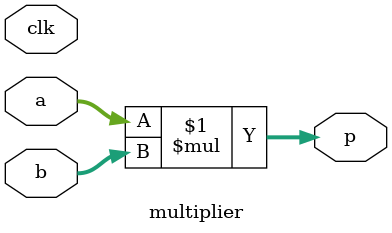
<source format=v>

(* use_dsp = "yes" *) module multiplier
#(
    parameter WIDTH_IN = 64 
  )
 (
  input  wire                   clk,
  input  wire  [WIDTH_IN-1:0]   a,
  input  wire  [WIDTH_IN-1:0]   b,
  output wire  [2*WIDTH_IN-1:0] p
  );
 

 assign p = a*b;
 

endmodule // multiplier
</source>
